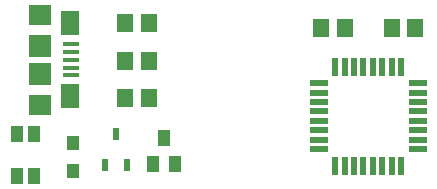
<source format=gtp>
G04*
G04 #@! TF.GenerationSoftware,Altium Limited,Altium Designer,18.1.9 (240)*
G04*
G04 Layer_Color=8421504*
%FSLAX24Y24*%
%MOIN*%
G70*
G01*
G75*
%ADD16R,0.0531X0.0157*%
%ADD17R,0.0630X0.0827*%
%ADD18R,0.0748X0.0709*%
%ADD19R,0.0748X0.0748*%
%ADD20R,0.0413X0.0551*%
%ADD21R,0.0394X0.0551*%
%ADD22R,0.0236X0.0413*%
%ADD23R,0.0551X0.0591*%
G04:AMPARAMS|DCode=24|XSize=61.4mil|YSize=21.7mil|CornerRadius=2.7mil|HoleSize=0mil|Usage=FLASHONLY|Rotation=0.000|XOffset=0mil|YOffset=0mil|HoleType=Round|Shape=RoundedRectangle|*
%AMROUNDEDRECTD24*
21,1,0.0614,0.0162,0,0,0.0*
21,1,0.0560,0.0217,0,0,0.0*
1,1,0.0054,0.0280,-0.0081*
1,1,0.0054,-0.0280,-0.0081*
1,1,0.0054,-0.0280,0.0081*
1,1,0.0054,0.0280,0.0081*
%
%ADD24ROUNDEDRECTD24*%
G04:AMPARAMS|DCode=25|XSize=61.4mil|YSize=21.7mil|CornerRadius=2.7mil|HoleSize=0mil|Usage=FLASHONLY|Rotation=90.000|XOffset=0mil|YOffset=0mil|HoleType=Round|Shape=RoundedRectangle|*
%AMROUNDEDRECTD25*
21,1,0.0614,0.0162,0,0,90.0*
21,1,0.0560,0.0217,0,0,90.0*
1,1,0.0054,0.0081,0.0280*
1,1,0.0054,0.0081,-0.0280*
1,1,0.0054,-0.0081,-0.0280*
1,1,0.0054,-0.0081,0.0280*
%
%ADD25ROUNDEDRECTD25*%
%ADD26R,0.0433X0.0492*%
D16*
X37903Y37078D02*
D03*
Y37333D02*
D03*
Y36822D02*
D03*
Y37589D02*
D03*
Y36566D02*
D03*
D17*
X37854Y38298D02*
D03*
Y35857D02*
D03*
D18*
X36850Y38574D02*
D03*
Y35582D02*
D03*
D19*
Y37550D02*
D03*
Y36605D02*
D03*
D20*
X36081Y33198D02*
D03*
Y34616D02*
D03*
X36652Y33198D02*
D03*
Y34616D02*
D03*
D21*
X40626Y33617D02*
D03*
X41374D02*
D03*
X41000Y34483D02*
D03*
D22*
X39400Y34612D02*
D03*
X39774Y33588D02*
D03*
X39026D02*
D03*
D23*
X39693Y35789D02*
D03*
X40481D02*
D03*
Y37045D02*
D03*
X39693D02*
D03*
X47013Y38125D02*
D03*
X46225D02*
D03*
X48587D02*
D03*
X49375D02*
D03*
X39693Y38300D02*
D03*
X40481D02*
D03*
D24*
X49446Y36302D02*
D03*
Y35987D02*
D03*
Y35672D02*
D03*
Y35357D02*
D03*
Y35043D02*
D03*
Y34728D02*
D03*
Y34413D02*
D03*
Y34098D02*
D03*
X46154D02*
D03*
Y34413D02*
D03*
Y34728D02*
D03*
Y35043D02*
D03*
Y35357D02*
D03*
Y35672D02*
D03*
Y35987D02*
D03*
Y36302D02*
D03*
D25*
X46698Y36846D02*
D03*
X47013D02*
D03*
X47328D02*
D03*
X47643D02*
D03*
X47957D02*
D03*
X48272D02*
D03*
X48587D02*
D03*
X48902D02*
D03*
Y33554D02*
D03*
X48587D02*
D03*
X48272D02*
D03*
X47957D02*
D03*
X47643D02*
D03*
X47328D02*
D03*
X47013D02*
D03*
X46698D02*
D03*
D26*
X37950Y33387D02*
D03*
Y34313D02*
D03*
M02*

</source>
